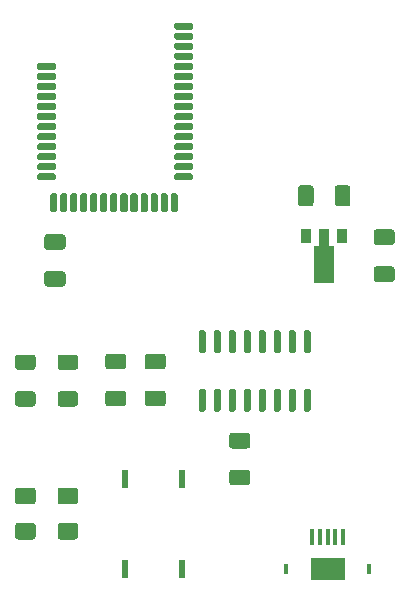
<source format=gtp>
G04 #@! TF.GenerationSoftware,KiCad,Pcbnew,(5.1.10)-1*
G04 #@! TF.CreationDate,2021-12-04T16:44:40+01:00*
G04 #@! TF.ProjectId,nRF52832_development_board_schematic,6e524635-3238-4333-925f-646576656c6f,1*
G04 #@! TF.SameCoordinates,Original*
G04 #@! TF.FileFunction,Paste,Top*
G04 #@! TF.FilePolarity,Positive*
%FSLAX46Y46*%
G04 Gerber Fmt 4.6, Leading zero omitted, Abs format (unit mm)*
G04 Created by KiCad (PCBNEW (5.1.10)-1) date 2021-12-04 16:44:40*
%MOMM*%
%LPD*%
G01*
G04 APERTURE LIST*
%ADD10R,0.600000X1.500000*%
%ADD11C,0.152400*%
%ADD12R,0.900000X1.300000*%
%ADD13R,0.300000X0.850000*%
%ADD14R,2.900000X1.900000*%
%ADD15R,0.400000X1.350000*%
G04 APERTURE END LIST*
D10*
X48850000Y-100175000D03*
X48850000Y-107825000D03*
X44050000Y-100175000D03*
X44050000Y-107825000D03*
G36*
G01*
X42599999Y-92700000D02*
X43900001Y-92700000D01*
G75*
G02*
X44150000Y-92949999I0J-249999D01*
G01*
X44150000Y-93775001D01*
G75*
G02*
X43900001Y-94025000I-249999J0D01*
G01*
X42599999Y-94025000D01*
G75*
G02*
X42350000Y-93775001I0J249999D01*
G01*
X42350000Y-92949999D01*
G75*
G02*
X42599999Y-92700000I249999J0D01*
G01*
G37*
G36*
G01*
X42599999Y-89575000D02*
X43900001Y-89575000D01*
G75*
G02*
X44150000Y-89824999I0J-249999D01*
G01*
X44150000Y-90650001D01*
G75*
G02*
X43900001Y-90900000I-249999J0D01*
G01*
X42599999Y-90900000D01*
G75*
G02*
X42350000Y-90650001I0J249999D01*
G01*
X42350000Y-89824999D01*
G75*
G02*
X42599999Y-89575000I249999J0D01*
G01*
G37*
G36*
G01*
X45949999Y-92700000D02*
X47250001Y-92700000D01*
G75*
G02*
X47500000Y-92949999I0J-249999D01*
G01*
X47500000Y-93775001D01*
G75*
G02*
X47250001Y-94025000I-249999J0D01*
G01*
X45949999Y-94025000D01*
G75*
G02*
X45700000Y-93775001I0J249999D01*
G01*
X45700000Y-92949999D01*
G75*
G02*
X45949999Y-92700000I249999J0D01*
G01*
G37*
G36*
G01*
X45949999Y-89575000D02*
X47250001Y-89575000D01*
G75*
G02*
X47500000Y-89824999I0J-249999D01*
G01*
X47500000Y-90650001D01*
G75*
G02*
X47250001Y-90900000I-249999J0D01*
G01*
X45949999Y-90900000D01*
G75*
G02*
X45700000Y-90650001I0J249999D01*
G01*
X45700000Y-89824999D01*
G75*
G02*
X45949999Y-89575000I249999J0D01*
G01*
G37*
G36*
G01*
X48200000Y-62000000D02*
X48200000Y-61700000D01*
G75*
G02*
X48350000Y-61550000I150000J0D01*
G01*
X49650000Y-61550000D01*
G75*
G02*
X49800000Y-61700000I0J-150000D01*
G01*
X49800000Y-62000000D01*
G75*
G02*
X49650000Y-62150000I-150000J0D01*
G01*
X48350000Y-62150000D01*
G75*
G02*
X48200000Y-62000000I0J150000D01*
G01*
G37*
G36*
G01*
X48200000Y-62850000D02*
X48200000Y-62550000D01*
G75*
G02*
X48350000Y-62400000I150000J0D01*
G01*
X49650000Y-62400000D01*
G75*
G02*
X49800000Y-62550000I0J-150000D01*
G01*
X49800000Y-62850000D01*
G75*
G02*
X49650000Y-63000000I-150000J0D01*
G01*
X48350000Y-63000000D01*
G75*
G02*
X48200000Y-62850000I0J150000D01*
G01*
G37*
G36*
G01*
X48200000Y-63700000D02*
X48200000Y-63400000D01*
G75*
G02*
X48350000Y-63250000I150000J0D01*
G01*
X49650000Y-63250000D01*
G75*
G02*
X49800000Y-63400000I0J-150000D01*
G01*
X49800000Y-63700000D01*
G75*
G02*
X49650000Y-63850000I-150000J0D01*
G01*
X48350000Y-63850000D01*
G75*
G02*
X48200000Y-63700000I0J150000D01*
G01*
G37*
G36*
G01*
X48200000Y-64550000D02*
X48200000Y-64250000D01*
G75*
G02*
X48350000Y-64100000I150000J0D01*
G01*
X49650000Y-64100000D01*
G75*
G02*
X49800000Y-64250000I0J-150000D01*
G01*
X49800000Y-64550000D01*
G75*
G02*
X49650000Y-64700000I-150000J0D01*
G01*
X48350000Y-64700000D01*
G75*
G02*
X48200000Y-64550000I0J150000D01*
G01*
G37*
G36*
G01*
X48200000Y-65400000D02*
X48200000Y-65100000D01*
G75*
G02*
X48350000Y-64950000I150000J0D01*
G01*
X49650000Y-64950000D01*
G75*
G02*
X49800000Y-65100000I0J-150000D01*
G01*
X49800000Y-65400000D01*
G75*
G02*
X49650000Y-65550000I-150000J0D01*
G01*
X48350000Y-65550000D01*
G75*
G02*
X48200000Y-65400000I0J150000D01*
G01*
G37*
G36*
G01*
X48200000Y-66250000D02*
X48200000Y-65950000D01*
G75*
G02*
X48350000Y-65800000I150000J0D01*
G01*
X49650000Y-65800000D01*
G75*
G02*
X49800000Y-65950000I0J-150000D01*
G01*
X49800000Y-66250000D01*
G75*
G02*
X49650000Y-66400000I-150000J0D01*
G01*
X48350000Y-66400000D01*
G75*
G02*
X48200000Y-66250000I0J150000D01*
G01*
G37*
G36*
G01*
X48200000Y-67100000D02*
X48200000Y-66800000D01*
G75*
G02*
X48350000Y-66650000I150000J0D01*
G01*
X49650000Y-66650000D01*
G75*
G02*
X49800000Y-66800000I0J-150000D01*
G01*
X49800000Y-67100000D01*
G75*
G02*
X49650000Y-67250000I-150000J0D01*
G01*
X48350000Y-67250000D01*
G75*
G02*
X48200000Y-67100000I0J150000D01*
G01*
G37*
G36*
G01*
X48200000Y-67950000D02*
X48200000Y-67650000D01*
G75*
G02*
X48350000Y-67500000I150000J0D01*
G01*
X49650000Y-67500000D01*
G75*
G02*
X49800000Y-67650000I0J-150000D01*
G01*
X49800000Y-67950000D01*
G75*
G02*
X49650000Y-68100000I-150000J0D01*
G01*
X48350000Y-68100000D01*
G75*
G02*
X48200000Y-67950000I0J150000D01*
G01*
G37*
G36*
G01*
X48200000Y-68800000D02*
X48200000Y-68500000D01*
G75*
G02*
X48350000Y-68350000I150000J0D01*
G01*
X49650000Y-68350000D01*
G75*
G02*
X49800000Y-68500000I0J-150000D01*
G01*
X49800000Y-68800000D01*
G75*
G02*
X49650000Y-68950000I-150000J0D01*
G01*
X48350000Y-68950000D01*
G75*
G02*
X48200000Y-68800000I0J150000D01*
G01*
G37*
G36*
G01*
X48200000Y-69650000D02*
X48200000Y-69350000D01*
G75*
G02*
X48350000Y-69200000I150000J0D01*
G01*
X49650000Y-69200000D01*
G75*
G02*
X49800000Y-69350000I0J-150000D01*
G01*
X49800000Y-69650000D01*
G75*
G02*
X49650000Y-69800000I-150000J0D01*
G01*
X48350000Y-69800000D01*
G75*
G02*
X48200000Y-69650000I0J150000D01*
G01*
G37*
G36*
G01*
X48200000Y-70500000D02*
X48200000Y-70200000D01*
G75*
G02*
X48350000Y-70050000I150000J0D01*
G01*
X49650000Y-70050000D01*
G75*
G02*
X49800000Y-70200000I0J-150000D01*
G01*
X49800000Y-70500000D01*
G75*
G02*
X49650000Y-70650000I-150000J0D01*
G01*
X48350000Y-70650000D01*
G75*
G02*
X48200000Y-70500000I0J150000D01*
G01*
G37*
G36*
G01*
X48200000Y-71350000D02*
X48200000Y-71050000D01*
G75*
G02*
X48350000Y-70900000I150000J0D01*
G01*
X49650000Y-70900000D01*
G75*
G02*
X49800000Y-71050000I0J-150000D01*
G01*
X49800000Y-71350000D01*
G75*
G02*
X49650000Y-71500000I-150000J0D01*
G01*
X48350000Y-71500000D01*
G75*
G02*
X48200000Y-71350000I0J150000D01*
G01*
G37*
G36*
G01*
X48200000Y-72200000D02*
X48200000Y-71900000D01*
G75*
G02*
X48350000Y-71750000I150000J0D01*
G01*
X49650000Y-71750000D01*
G75*
G02*
X49800000Y-71900000I0J-150000D01*
G01*
X49800000Y-72200000D01*
G75*
G02*
X49650000Y-72350000I-150000J0D01*
G01*
X48350000Y-72350000D01*
G75*
G02*
X48200000Y-72200000I0J150000D01*
G01*
G37*
G36*
G01*
X48200000Y-73050000D02*
X48200000Y-72750000D01*
G75*
G02*
X48350000Y-72600000I150000J0D01*
G01*
X49650000Y-72600000D01*
G75*
G02*
X49800000Y-72750000I0J-150000D01*
G01*
X49800000Y-73050000D01*
G75*
G02*
X49650000Y-73200000I-150000J0D01*
G01*
X48350000Y-73200000D01*
G75*
G02*
X48200000Y-73050000I0J150000D01*
G01*
G37*
G36*
G01*
X48200000Y-73900000D02*
X48200000Y-73600000D01*
G75*
G02*
X48350000Y-73450000I150000J0D01*
G01*
X49650000Y-73450000D01*
G75*
G02*
X49800000Y-73600000I0J-150000D01*
G01*
X49800000Y-73900000D01*
G75*
G02*
X49650000Y-74050000I-150000J0D01*
G01*
X48350000Y-74050000D01*
G75*
G02*
X48200000Y-73900000I0J150000D01*
G01*
G37*
G36*
G01*
X48200000Y-74750000D02*
X48200000Y-74450000D01*
G75*
G02*
X48350000Y-74300000I150000J0D01*
G01*
X49650000Y-74300000D01*
G75*
G02*
X49800000Y-74450000I0J-150000D01*
G01*
X49800000Y-74750000D01*
G75*
G02*
X49650000Y-74900000I-150000J0D01*
G01*
X48350000Y-74900000D01*
G75*
G02*
X48200000Y-74750000I0J150000D01*
G01*
G37*
G36*
G01*
X37700000Y-77450000D02*
X37700000Y-76150000D01*
G75*
G02*
X37850000Y-76000000I150000J0D01*
G01*
X38150000Y-76000000D01*
G75*
G02*
X38300000Y-76150000I0J-150000D01*
G01*
X38300000Y-77450000D01*
G75*
G02*
X38150000Y-77600000I-150000J0D01*
G01*
X37850000Y-77600000D01*
G75*
G02*
X37700000Y-77450000I0J150000D01*
G01*
G37*
G36*
G01*
X38550000Y-77450000D02*
X38550000Y-76150000D01*
G75*
G02*
X38700000Y-76000000I150000J0D01*
G01*
X39000000Y-76000000D01*
G75*
G02*
X39150000Y-76150000I0J-150000D01*
G01*
X39150000Y-77450000D01*
G75*
G02*
X39000000Y-77600000I-150000J0D01*
G01*
X38700000Y-77600000D01*
G75*
G02*
X38550000Y-77450000I0J150000D01*
G01*
G37*
G36*
G01*
X39400000Y-77450000D02*
X39400000Y-76150000D01*
G75*
G02*
X39550000Y-76000000I150000J0D01*
G01*
X39850000Y-76000000D01*
G75*
G02*
X40000000Y-76150000I0J-150000D01*
G01*
X40000000Y-77450000D01*
G75*
G02*
X39850000Y-77600000I-150000J0D01*
G01*
X39550000Y-77600000D01*
G75*
G02*
X39400000Y-77450000I0J150000D01*
G01*
G37*
G36*
G01*
X40250000Y-77450000D02*
X40250000Y-76150000D01*
G75*
G02*
X40400000Y-76000000I150000J0D01*
G01*
X40700000Y-76000000D01*
G75*
G02*
X40850000Y-76150000I0J-150000D01*
G01*
X40850000Y-77450000D01*
G75*
G02*
X40700000Y-77600000I-150000J0D01*
G01*
X40400000Y-77600000D01*
G75*
G02*
X40250000Y-77450000I0J150000D01*
G01*
G37*
G36*
G01*
X41100000Y-77450000D02*
X41100000Y-76150000D01*
G75*
G02*
X41250000Y-76000000I150000J0D01*
G01*
X41550000Y-76000000D01*
G75*
G02*
X41700000Y-76150000I0J-150000D01*
G01*
X41700000Y-77450000D01*
G75*
G02*
X41550000Y-77600000I-150000J0D01*
G01*
X41250000Y-77600000D01*
G75*
G02*
X41100000Y-77450000I0J150000D01*
G01*
G37*
G36*
G01*
X41950000Y-77450000D02*
X41950000Y-76150000D01*
G75*
G02*
X42100000Y-76000000I150000J0D01*
G01*
X42400000Y-76000000D01*
G75*
G02*
X42550000Y-76150000I0J-150000D01*
G01*
X42550000Y-77450000D01*
G75*
G02*
X42400000Y-77600000I-150000J0D01*
G01*
X42100000Y-77600000D01*
G75*
G02*
X41950000Y-77450000I0J150000D01*
G01*
G37*
G36*
G01*
X42800000Y-77450000D02*
X42800000Y-76150000D01*
G75*
G02*
X42950000Y-76000000I150000J0D01*
G01*
X43250000Y-76000000D01*
G75*
G02*
X43400000Y-76150000I0J-150000D01*
G01*
X43400000Y-77450000D01*
G75*
G02*
X43250000Y-77600000I-150000J0D01*
G01*
X42950000Y-77600000D01*
G75*
G02*
X42800000Y-77450000I0J150000D01*
G01*
G37*
G36*
G01*
X43650000Y-77450000D02*
X43650000Y-76150000D01*
G75*
G02*
X43800000Y-76000000I150000J0D01*
G01*
X44100000Y-76000000D01*
G75*
G02*
X44250000Y-76150000I0J-150000D01*
G01*
X44250000Y-77450000D01*
G75*
G02*
X44100000Y-77600000I-150000J0D01*
G01*
X43800000Y-77600000D01*
G75*
G02*
X43650000Y-77450000I0J150000D01*
G01*
G37*
G36*
G01*
X44500000Y-77450000D02*
X44500000Y-76150000D01*
G75*
G02*
X44650000Y-76000000I150000J0D01*
G01*
X44950000Y-76000000D01*
G75*
G02*
X45100000Y-76150000I0J-150000D01*
G01*
X45100000Y-77450000D01*
G75*
G02*
X44950000Y-77600000I-150000J0D01*
G01*
X44650000Y-77600000D01*
G75*
G02*
X44500000Y-77450000I0J150000D01*
G01*
G37*
G36*
G01*
X45350000Y-77450000D02*
X45350000Y-76150000D01*
G75*
G02*
X45500000Y-76000000I150000J0D01*
G01*
X45800000Y-76000000D01*
G75*
G02*
X45950000Y-76150000I0J-150000D01*
G01*
X45950000Y-77450000D01*
G75*
G02*
X45800000Y-77600000I-150000J0D01*
G01*
X45500000Y-77600000D01*
G75*
G02*
X45350000Y-77450000I0J150000D01*
G01*
G37*
G36*
G01*
X46200000Y-77450000D02*
X46200000Y-76150000D01*
G75*
G02*
X46350000Y-76000000I150000J0D01*
G01*
X46650000Y-76000000D01*
G75*
G02*
X46800000Y-76150000I0J-150000D01*
G01*
X46800000Y-77450000D01*
G75*
G02*
X46650000Y-77600000I-150000J0D01*
G01*
X46350000Y-77600000D01*
G75*
G02*
X46200000Y-77450000I0J150000D01*
G01*
G37*
G36*
G01*
X47050000Y-77450000D02*
X47050000Y-76150000D01*
G75*
G02*
X47200000Y-76000000I150000J0D01*
G01*
X47500000Y-76000000D01*
G75*
G02*
X47650000Y-76150000I0J-150000D01*
G01*
X47650000Y-77450000D01*
G75*
G02*
X47500000Y-77600000I-150000J0D01*
G01*
X47200000Y-77600000D01*
G75*
G02*
X47050000Y-77450000I0J150000D01*
G01*
G37*
G36*
G01*
X47900000Y-77450000D02*
X47900000Y-76150000D01*
G75*
G02*
X48050000Y-76000000I150000J0D01*
G01*
X48350000Y-76000000D01*
G75*
G02*
X48500000Y-76150000I0J-150000D01*
G01*
X48500000Y-77450000D01*
G75*
G02*
X48350000Y-77600000I-150000J0D01*
G01*
X48050000Y-77600000D01*
G75*
G02*
X47900000Y-77450000I0J150000D01*
G01*
G37*
G36*
G01*
X36600000Y-65400000D02*
X36600000Y-65100000D01*
G75*
G02*
X36750000Y-64950000I150000J0D01*
G01*
X38050000Y-64950000D01*
G75*
G02*
X38200000Y-65100000I0J-150000D01*
G01*
X38200000Y-65400000D01*
G75*
G02*
X38050000Y-65550000I-150000J0D01*
G01*
X36750000Y-65550000D01*
G75*
G02*
X36600000Y-65400000I0J150000D01*
G01*
G37*
G36*
G01*
X36600000Y-66250000D02*
X36600000Y-65950000D01*
G75*
G02*
X36750000Y-65800000I150000J0D01*
G01*
X38050000Y-65800000D01*
G75*
G02*
X38200000Y-65950000I0J-150000D01*
G01*
X38200000Y-66250000D01*
G75*
G02*
X38050000Y-66400000I-150000J0D01*
G01*
X36750000Y-66400000D01*
G75*
G02*
X36600000Y-66250000I0J150000D01*
G01*
G37*
G36*
G01*
X36600000Y-67100000D02*
X36600000Y-66800000D01*
G75*
G02*
X36750000Y-66650000I150000J0D01*
G01*
X38050000Y-66650000D01*
G75*
G02*
X38200000Y-66800000I0J-150000D01*
G01*
X38200000Y-67100000D01*
G75*
G02*
X38050000Y-67250000I-150000J0D01*
G01*
X36750000Y-67250000D01*
G75*
G02*
X36600000Y-67100000I0J150000D01*
G01*
G37*
G36*
G01*
X36600000Y-67950000D02*
X36600000Y-67650000D01*
G75*
G02*
X36750000Y-67500000I150000J0D01*
G01*
X38050000Y-67500000D01*
G75*
G02*
X38200000Y-67650000I0J-150000D01*
G01*
X38200000Y-67950000D01*
G75*
G02*
X38050000Y-68100000I-150000J0D01*
G01*
X36750000Y-68100000D01*
G75*
G02*
X36600000Y-67950000I0J150000D01*
G01*
G37*
G36*
G01*
X36600000Y-68800000D02*
X36600000Y-68500000D01*
G75*
G02*
X36750000Y-68350000I150000J0D01*
G01*
X38050000Y-68350000D01*
G75*
G02*
X38200000Y-68500000I0J-150000D01*
G01*
X38200000Y-68800000D01*
G75*
G02*
X38050000Y-68950000I-150000J0D01*
G01*
X36750000Y-68950000D01*
G75*
G02*
X36600000Y-68800000I0J150000D01*
G01*
G37*
G36*
G01*
X36600000Y-69650000D02*
X36600000Y-69350000D01*
G75*
G02*
X36750000Y-69200000I150000J0D01*
G01*
X38050000Y-69200000D01*
G75*
G02*
X38200000Y-69350000I0J-150000D01*
G01*
X38200000Y-69650000D01*
G75*
G02*
X38050000Y-69800000I-150000J0D01*
G01*
X36750000Y-69800000D01*
G75*
G02*
X36600000Y-69650000I0J150000D01*
G01*
G37*
G36*
G01*
X36600000Y-70500000D02*
X36600000Y-70200000D01*
G75*
G02*
X36750000Y-70050000I150000J0D01*
G01*
X38050000Y-70050000D01*
G75*
G02*
X38200000Y-70200000I0J-150000D01*
G01*
X38200000Y-70500000D01*
G75*
G02*
X38050000Y-70650000I-150000J0D01*
G01*
X36750000Y-70650000D01*
G75*
G02*
X36600000Y-70500000I0J150000D01*
G01*
G37*
G36*
G01*
X36600000Y-71350000D02*
X36600000Y-71050000D01*
G75*
G02*
X36750000Y-70900000I150000J0D01*
G01*
X38050000Y-70900000D01*
G75*
G02*
X38200000Y-71050000I0J-150000D01*
G01*
X38200000Y-71350000D01*
G75*
G02*
X38050000Y-71500000I-150000J0D01*
G01*
X36750000Y-71500000D01*
G75*
G02*
X36600000Y-71350000I0J150000D01*
G01*
G37*
G36*
G01*
X36600000Y-72200000D02*
X36600000Y-71900000D01*
G75*
G02*
X36750000Y-71750000I150000J0D01*
G01*
X38050000Y-71750000D01*
G75*
G02*
X38200000Y-71900000I0J-150000D01*
G01*
X38200000Y-72200000D01*
G75*
G02*
X38050000Y-72350000I-150000J0D01*
G01*
X36750000Y-72350000D01*
G75*
G02*
X36600000Y-72200000I0J150000D01*
G01*
G37*
G36*
G01*
X36600000Y-73050000D02*
X36600000Y-72750000D01*
G75*
G02*
X36750000Y-72600000I150000J0D01*
G01*
X38050000Y-72600000D01*
G75*
G02*
X38200000Y-72750000I0J-150000D01*
G01*
X38200000Y-73050000D01*
G75*
G02*
X38050000Y-73200000I-150000J0D01*
G01*
X36750000Y-73200000D01*
G75*
G02*
X36600000Y-73050000I0J150000D01*
G01*
G37*
G36*
G01*
X36600000Y-73900000D02*
X36600000Y-73600000D01*
G75*
G02*
X36750000Y-73450000I150000J0D01*
G01*
X38050000Y-73450000D01*
G75*
G02*
X38200000Y-73600000I0J-150000D01*
G01*
X38200000Y-73900000D01*
G75*
G02*
X38050000Y-74050000I-150000J0D01*
G01*
X36750000Y-74050000D01*
G75*
G02*
X36600000Y-73900000I0J150000D01*
G01*
G37*
G36*
G01*
X36600000Y-74750000D02*
X36600000Y-74450000D01*
G75*
G02*
X36750000Y-74300000I150000J0D01*
G01*
X38050000Y-74300000D01*
G75*
G02*
X38200000Y-74450000I0J-150000D01*
G01*
X38200000Y-74750000D01*
G75*
G02*
X38050000Y-74900000I-150000J0D01*
G01*
X36750000Y-74900000D01*
G75*
G02*
X36600000Y-74750000I0J150000D01*
G01*
G37*
D11*
G36*
X60033500Y-83580000D02*
G01*
X60033500Y-80455000D01*
X60450000Y-80455000D01*
X60450000Y-78980000D01*
X61350000Y-78980000D01*
X61350000Y-80455000D01*
X61766500Y-80455000D01*
X61766500Y-83580000D01*
X60033500Y-83580000D01*
G37*
D12*
X59400000Y-79630000D03*
X62400000Y-79630000D03*
G36*
G01*
X50725000Y-89540000D02*
X50425000Y-89540000D01*
G75*
G02*
X50275000Y-89390000I0J150000D01*
G01*
X50275000Y-87740000D01*
G75*
G02*
X50425000Y-87590000I150000J0D01*
G01*
X50725000Y-87590000D01*
G75*
G02*
X50875000Y-87740000I0J-150000D01*
G01*
X50875000Y-89390000D01*
G75*
G02*
X50725000Y-89540000I-150000J0D01*
G01*
G37*
G36*
G01*
X51995000Y-89540000D02*
X51695000Y-89540000D01*
G75*
G02*
X51545000Y-89390000I0J150000D01*
G01*
X51545000Y-87740000D01*
G75*
G02*
X51695000Y-87590000I150000J0D01*
G01*
X51995000Y-87590000D01*
G75*
G02*
X52145000Y-87740000I0J-150000D01*
G01*
X52145000Y-89390000D01*
G75*
G02*
X51995000Y-89540000I-150000J0D01*
G01*
G37*
G36*
G01*
X53265000Y-89540000D02*
X52965000Y-89540000D01*
G75*
G02*
X52815000Y-89390000I0J150000D01*
G01*
X52815000Y-87740000D01*
G75*
G02*
X52965000Y-87590000I150000J0D01*
G01*
X53265000Y-87590000D01*
G75*
G02*
X53415000Y-87740000I0J-150000D01*
G01*
X53415000Y-89390000D01*
G75*
G02*
X53265000Y-89540000I-150000J0D01*
G01*
G37*
G36*
G01*
X54535000Y-89540000D02*
X54235000Y-89540000D01*
G75*
G02*
X54085000Y-89390000I0J150000D01*
G01*
X54085000Y-87740000D01*
G75*
G02*
X54235000Y-87590000I150000J0D01*
G01*
X54535000Y-87590000D01*
G75*
G02*
X54685000Y-87740000I0J-150000D01*
G01*
X54685000Y-89390000D01*
G75*
G02*
X54535000Y-89540000I-150000J0D01*
G01*
G37*
G36*
G01*
X55805000Y-89540000D02*
X55505000Y-89540000D01*
G75*
G02*
X55355000Y-89390000I0J150000D01*
G01*
X55355000Y-87740000D01*
G75*
G02*
X55505000Y-87590000I150000J0D01*
G01*
X55805000Y-87590000D01*
G75*
G02*
X55955000Y-87740000I0J-150000D01*
G01*
X55955000Y-89390000D01*
G75*
G02*
X55805000Y-89540000I-150000J0D01*
G01*
G37*
G36*
G01*
X57075000Y-89540000D02*
X56775000Y-89540000D01*
G75*
G02*
X56625000Y-89390000I0J150000D01*
G01*
X56625000Y-87740000D01*
G75*
G02*
X56775000Y-87590000I150000J0D01*
G01*
X57075000Y-87590000D01*
G75*
G02*
X57225000Y-87740000I0J-150000D01*
G01*
X57225000Y-89390000D01*
G75*
G02*
X57075000Y-89540000I-150000J0D01*
G01*
G37*
G36*
G01*
X58345000Y-89540000D02*
X58045000Y-89540000D01*
G75*
G02*
X57895000Y-89390000I0J150000D01*
G01*
X57895000Y-87740000D01*
G75*
G02*
X58045000Y-87590000I150000J0D01*
G01*
X58345000Y-87590000D01*
G75*
G02*
X58495000Y-87740000I0J-150000D01*
G01*
X58495000Y-89390000D01*
G75*
G02*
X58345000Y-89540000I-150000J0D01*
G01*
G37*
G36*
G01*
X59615000Y-89540000D02*
X59315000Y-89540000D01*
G75*
G02*
X59165000Y-89390000I0J150000D01*
G01*
X59165000Y-87740000D01*
G75*
G02*
X59315000Y-87590000I150000J0D01*
G01*
X59615000Y-87590000D01*
G75*
G02*
X59765000Y-87740000I0J-150000D01*
G01*
X59765000Y-89390000D01*
G75*
G02*
X59615000Y-89540000I-150000J0D01*
G01*
G37*
G36*
G01*
X59615000Y-94490000D02*
X59315000Y-94490000D01*
G75*
G02*
X59165000Y-94340000I0J150000D01*
G01*
X59165000Y-92690000D01*
G75*
G02*
X59315000Y-92540000I150000J0D01*
G01*
X59615000Y-92540000D01*
G75*
G02*
X59765000Y-92690000I0J-150000D01*
G01*
X59765000Y-94340000D01*
G75*
G02*
X59615000Y-94490000I-150000J0D01*
G01*
G37*
G36*
G01*
X58345000Y-94490000D02*
X58045000Y-94490000D01*
G75*
G02*
X57895000Y-94340000I0J150000D01*
G01*
X57895000Y-92690000D01*
G75*
G02*
X58045000Y-92540000I150000J0D01*
G01*
X58345000Y-92540000D01*
G75*
G02*
X58495000Y-92690000I0J-150000D01*
G01*
X58495000Y-94340000D01*
G75*
G02*
X58345000Y-94490000I-150000J0D01*
G01*
G37*
G36*
G01*
X57075000Y-94490000D02*
X56775000Y-94490000D01*
G75*
G02*
X56625000Y-94340000I0J150000D01*
G01*
X56625000Y-92690000D01*
G75*
G02*
X56775000Y-92540000I150000J0D01*
G01*
X57075000Y-92540000D01*
G75*
G02*
X57225000Y-92690000I0J-150000D01*
G01*
X57225000Y-94340000D01*
G75*
G02*
X57075000Y-94490000I-150000J0D01*
G01*
G37*
G36*
G01*
X55805000Y-94490000D02*
X55505000Y-94490000D01*
G75*
G02*
X55355000Y-94340000I0J150000D01*
G01*
X55355000Y-92690000D01*
G75*
G02*
X55505000Y-92540000I150000J0D01*
G01*
X55805000Y-92540000D01*
G75*
G02*
X55955000Y-92690000I0J-150000D01*
G01*
X55955000Y-94340000D01*
G75*
G02*
X55805000Y-94490000I-150000J0D01*
G01*
G37*
G36*
G01*
X54535000Y-94490000D02*
X54235000Y-94490000D01*
G75*
G02*
X54085000Y-94340000I0J150000D01*
G01*
X54085000Y-92690000D01*
G75*
G02*
X54235000Y-92540000I150000J0D01*
G01*
X54535000Y-92540000D01*
G75*
G02*
X54685000Y-92690000I0J-150000D01*
G01*
X54685000Y-94340000D01*
G75*
G02*
X54535000Y-94490000I-150000J0D01*
G01*
G37*
G36*
G01*
X53265000Y-94490000D02*
X52965000Y-94490000D01*
G75*
G02*
X52815000Y-94340000I0J150000D01*
G01*
X52815000Y-92690000D01*
G75*
G02*
X52965000Y-92540000I150000J0D01*
G01*
X53265000Y-92540000D01*
G75*
G02*
X53415000Y-92690000I0J-150000D01*
G01*
X53415000Y-94340000D01*
G75*
G02*
X53265000Y-94490000I-150000J0D01*
G01*
G37*
G36*
G01*
X51995000Y-94490000D02*
X51695000Y-94490000D01*
G75*
G02*
X51545000Y-94340000I0J150000D01*
G01*
X51545000Y-92690000D01*
G75*
G02*
X51695000Y-92540000I150000J0D01*
G01*
X51995000Y-92540000D01*
G75*
G02*
X52145000Y-92690000I0J-150000D01*
G01*
X52145000Y-94340000D01*
G75*
G02*
X51995000Y-94490000I-150000J0D01*
G01*
G37*
G36*
G01*
X50725000Y-94490000D02*
X50425000Y-94490000D01*
G75*
G02*
X50275000Y-94340000I0J150000D01*
G01*
X50275000Y-92690000D01*
G75*
G02*
X50425000Y-92540000I150000J0D01*
G01*
X50725000Y-92540000D01*
G75*
G02*
X50875000Y-92690000I0J-150000D01*
G01*
X50875000Y-94340000D01*
G75*
G02*
X50725000Y-94490000I-150000J0D01*
G01*
G37*
G36*
G01*
X34975000Y-92750000D02*
X36225000Y-92750000D01*
G75*
G02*
X36475000Y-93000000I0J-250000D01*
G01*
X36475000Y-93800000D01*
G75*
G02*
X36225000Y-94050000I-250000J0D01*
G01*
X34975000Y-94050000D01*
G75*
G02*
X34725000Y-93800000I0J250000D01*
G01*
X34725000Y-93000000D01*
G75*
G02*
X34975000Y-92750000I250000J0D01*
G01*
G37*
G36*
G01*
X34975000Y-89650000D02*
X36225000Y-89650000D01*
G75*
G02*
X36475000Y-89900000I0J-250000D01*
G01*
X36475000Y-90700000D01*
G75*
G02*
X36225000Y-90950000I-250000J0D01*
G01*
X34975000Y-90950000D01*
G75*
G02*
X34725000Y-90700000I0J250000D01*
G01*
X34725000Y-89900000D01*
G75*
G02*
X34975000Y-89650000I250000J0D01*
G01*
G37*
G36*
G01*
X38575000Y-92750000D02*
X39825000Y-92750000D01*
G75*
G02*
X40075000Y-93000000I0J-250000D01*
G01*
X40075000Y-93800000D01*
G75*
G02*
X39825000Y-94050000I-250000J0D01*
G01*
X38575000Y-94050000D01*
G75*
G02*
X38325000Y-93800000I0J250000D01*
G01*
X38325000Y-93000000D01*
G75*
G02*
X38575000Y-92750000I250000J0D01*
G01*
G37*
G36*
G01*
X38575000Y-89650000D02*
X39825000Y-89650000D01*
G75*
G02*
X40075000Y-89900000I0J-250000D01*
G01*
X40075000Y-90700000D01*
G75*
G02*
X39825000Y-90950000I-250000J0D01*
G01*
X38575000Y-90950000D01*
G75*
G02*
X38325000Y-90700000I0J250000D01*
G01*
X38325000Y-89900000D01*
G75*
G02*
X38575000Y-89650000I250000J0D01*
G01*
G37*
D13*
X57700000Y-107770000D03*
X64700000Y-107770000D03*
D14*
X61200000Y-107770000D03*
D15*
X61850000Y-105095000D03*
X62500000Y-105095000D03*
X61200000Y-105095000D03*
X60550000Y-105095000D03*
X59900000Y-105095000D03*
G36*
G01*
X36225000Y-102337500D02*
X34975000Y-102337500D01*
G75*
G02*
X34725000Y-102087500I0J250000D01*
G01*
X34725000Y-101162500D01*
G75*
G02*
X34975000Y-100912500I250000J0D01*
G01*
X36225000Y-100912500D01*
G75*
G02*
X36475000Y-101162500I0J-250000D01*
G01*
X36475000Y-102087500D01*
G75*
G02*
X36225000Y-102337500I-250000J0D01*
G01*
G37*
G36*
G01*
X36225000Y-105312500D02*
X34975000Y-105312500D01*
G75*
G02*
X34725000Y-105062500I0J250000D01*
G01*
X34725000Y-104137500D01*
G75*
G02*
X34975000Y-103887500I250000J0D01*
G01*
X36225000Y-103887500D01*
G75*
G02*
X36475000Y-104137500I0J-250000D01*
G01*
X36475000Y-105062500D01*
G75*
G02*
X36225000Y-105312500I-250000J0D01*
G01*
G37*
G36*
G01*
X39825000Y-102337500D02*
X38575000Y-102337500D01*
G75*
G02*
X38325000Y-102087500I0J250000D01*
G01*
X38325000Y-101162500D01*
G75*
G02*
X38575000Y-100912500I250000J0D01*
G01*
X39825000Y-100912500D01*
G75*
G02*
X40075000Y-101162500I0J-250000D01*
G01*
X40075000Y-102087500D01*
G75*
G02*
X39825000Y-102337500I-250000J0D01*
G01*
G37*
G36*
G01*
X39825000Y-105312500D02*
X38575000Y-105312500D01*
G75*
G02*
X38325000Y-105062500I0J250000D01*
G01*
X38325000Y-104137500D01*
G75*
G02*
X38575000Y-103887500I250000J0D01*
G01*
X39825000Y-103887500D01*
G75*
G02*
X40075000Y-104137500I0J-250000D01*
G01*
X40075000Y-105062500D01*
G75*
G02*
X39825000Y-105312500I-250000J0D01*
G01*
G37*
G36*
G01*
X37449999Y-82580000D02*
X38750001Y-82580000D01*
G75*
G02*
X39000000Y-82829999I0J-249999D01*
G01*
X39000000Y-83655001D01*
G75*
G02*
X38750001Y-83905000I-249999J0D01*
G01*
X37449999Y-83905000D01*
G75*
G02*
X37200000Y-83655001I0J249999D01*
G01*
X37200000Y-82829999D01*
G75*
G02*
X37449999Y-82580000I249999J0D01*
G01*
G37*
G36*
G01*
X37449999Y-79455000D02*
X38750001Y-79455000D01*
G75*
G02*
X39000000Y-79704999I0J-249999D01*
G01*
X39000000Y-80530001D01*
G75*
G02*
X38750001Y-80780000I-249999J0D01*
G01*
X37449999Y-80780000D01*
G75*
G02*
X37200000Y-80530001I0J249999D01*
G01*
X37200000Y-79704999D01*
G75*
G02*
X37449999Y-79455000I249999J0D01*
G01*
G37*
G36*
G01*
X61800000Y-76850001D02*
X61800000Y-75549999D01*
G75*
G02*
X62049999Y-75300000I249999J0D01*
G01*
X62875001Y-75300000D01*
G75*
G02*
X63125000Y-75549999I0J-249999D01*
G01*
X63125000Y-76850001D01*
G75*
G02*
X62875001Y-77100000I-249999J0D01*
G01*
X62049999Y-77100000D01*
G75*
G02*
X61800000Y-76850001I0J249999D01*
G01*
G37*
G36*
G01*
X58675000Y-76850001D02*
X58675000Y-75549999D01*
G75*
G02*
X58924999Y-75300000I249999J0D01*
G01*
X59750001Y-75300000D01*
G75*
G02*
X60000000Y-75549999I0J-249999D01*
G01*
X60000000Y-76850001D01*
G75*
G02*
X59750001Y-77100000I-249999J0D01*
G01*
X58924999Y-77100000D01*
G75*
G02*
X58675000Y-76850001I0J249999D01*
G01*
G37*
G36*
G01*
X53099999Y-99400000D02*
X54400001Y-99400000D01*
G75*
G02*
X54650000Y-99649999I0J-249999D01*
G01*
X54650000Y-100475001D01*
G75*
G02*
X54400001Y-100725000I-249999J0D01*
G01*
X53099999Y-100725000D01*
G75*
G02*
X52850000Y-100475001I0J249999D01*
G01*
X52850000Y-99649999D01*
G75*
G02*
X53099999Y-99400000I249999J0D01*
G01*
G37*
G36*
G01*
X53099999Y-96275000D02*
X54400001Y-96275000D01*
G75*
G02*
X54650000Y-96524999I0J-249999D01*
G01*
X54650000Y-97350001D01*
G75*
G02*
X54400001Y-97600000I-249999J0D01*
G01*
X53099999Y-97600000D01*
G75*
G02*
X52850000Y-97350001I0J249999D01*
G01*
X52850000Y-96524999D01*
G75*
G02*
X53099999Y-96275000I249999J0D01*
G01*
G37*
G36*
G01*
X66630001Y-80380000D02*
X65329999Y-80380000D01*
G75*
G02*
X65080000Y-80130001I0J249999D01*
G01*
X65080000Y-79304999D01*
G75*
G02*
X65329999Y-79055000I249999J0D01*
G01*
X66630001Y-79055000D01*
G75*
G02*
X66880000Y-79304999I0J-249999D01*
G01*
X66880000Y-80130001D01*
G75*
G02*
X66630001Y-80380000I-249999J0D01*
G01*
G37*
G36*
G01*
X66630001Y-83505000D02*
X65329999Y-83505000D01*
G75*
G02*
X65080000Y-83255001I0J249999D01*
G01*
X65080000Y-82429999D01*
G75*
G02*
X65329999Y-82180000I249999J0D01*
G01*
X66630001Y-82180000D01*
G75*
G02*
X66880000Y-82429999I0J-249999D01*
G01*
X66880000Y-83255001D01*
G75*
G02*
X66630001Y-83505000I-249999J0D01*
G01*
G37*
M02*

</source>
